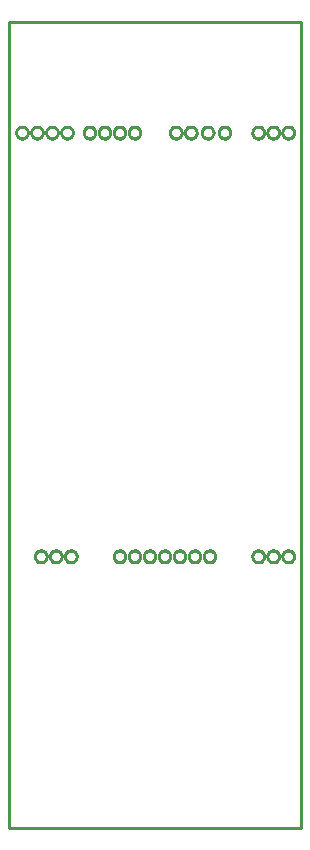
<source format=gbr>
G04 EAGLE Gerber RS-274X export*
G75*
%MOMM*%
%FSLAX34Y34*%
%LPD*%
%IN*%
%IPPOS*%
%AMOC8*
5,1,8,0,0,1.08239X$1,22.5*%
G01*
%ADD10C,0.254000*%


D10*
X0Y0D02*
X247650Y0D01*
X247650Y682625D01*
X0Y682625D01*
X0Y0D01*
X73263Y588682D02*
X73200Y588124D01*
X73075Y587576D01*
X72889Y587046D01*
X72646Y586540D01*
X72347Y586065D01*
X71997Y585626D01*
X71599Y585228D01*
X71160Y584878D01*
X70685Y584580D01*
X70179Y584336D01*
X69649Y584150D01*
X69101Y584025D01*
X68543Y583963D01*
X67982Y583963D01*
X67424Y584025D01*
X66876Y584150D01*
X66346Y584336D01*
X65840Y584580D01*
X65365Y584878D01*
X64926Y585228D01*
X64528Y585626D01*
X64178Y586065D01*
X63880Y586540D01*
X63636Y587046D01*
X63450Y587576D01*
X63325Y588124D01*
X63263Y588682D01*
X63263Y589243D01*
X63325Y589801D01*
X63450Y590349D01*
X63636Y590879D01*
X63880Y591385D01*
X64178Y591860D01*
X64528Y592299D01*
X64926Y592697D01*
X65365Y593047D01*
X65840Y593346D01*
X66346Y593589D01*
X66876Y593775D01*
X67424Y593900D01*
X67982Y593963D01*
X68543Y593963D01*
X69101Y593900D01*
X69649Y593775D01*
X70179Y593589D01*
X70685Y593346D01*
X71160Y593047D01*
X71599Y592697D01*
X71997Y592299D01*
X72347Y591860D01*
X72646Y591385D01*
X72889Y590879D01*
X73075Y590349D01*
X73200Y589801D01*
X73263Y589243D01*
X73263Y588682D01*
X85963Y588682D02*
X85900Y588124D01*
X85775Y587576D01*
X85589Y587046D01*
X85346Y586540D01*
X85047Y586065D01*
X84697Y585626D01*
X84299Y585228D01*
X83860Y584878D01*
X83385Y584580D01*
X82879Y584336D01*
X82349Y584150D01*
X81801Y584025D01*
X81243Y583963D01*
X80682Y583963D01*
X80124Y584025D01*
X79576Y584150D01*
X79046Y584336D01*
X78540Y584580D01*
X78065Y584878D01*
X77626Y585228D01*
X77228Y585626D01*
X76878Y586065D01*
X76580Y586540D01*
X76336Y587046D01*
X76150Y587576D01*
X76025Y588124D01*
X75963Y588682D01*
X75963Y589243D01*
X76025Y589801D01*
X76150Y590349D01*
X76336Y590879D01*
X76580Y591385D01*
X76878Y591860D01*
X77228Y592299D01*
X77626Y592697D01*
X78065Y593047D01*
X78540Y593346D01*
X79046Y593589D01*
X79576Y593775D01*
X80124Y593900D01*
X80682Y593963D01*
X81243Y593963D01*
X81801Y593900D01*
X82349Y593775D01*
X82879Y593589D01*
X83385Y593346D01*
X83860Y593047D01*
X84299Y592697D01*
X84697Y592299D01*
X85047Y591860D01*
X85346Y591385D01*
X85589Y590879D01*
X85775Y590349D01*
X85900Y589801D01*
X85963Y589243D01*
X85963Y588682D01*
X98663Y588682D02*
X98600Y588124D01*
X98475Y587576D01*
X98289Y587046D01*
X98046Y586540D01*
X97747Y586065D01*
X97397Y585626D01*
X96999Y585228D01*
X96560Y584878D01*
X96085Y584580D01*
X95579Y584336D01*
X95049Y584150D01*
X94501Y584025D01*
X93943Y583963D01*
X93382Y583963D01*
X92824Y584025D01*
X92276Y584150D01*
X91746Y584336D01*
X91240Y584580D01*
X90765Y584878D01*
X90326Y585228D01*
X89928Y585626D01*
X89578Y586065D01*
X89280Y586540D01*
X89036Y587046D01*
X88850Y587576D01*
X88725Y588124D01*
X88663Y588682D01*
X88663Y589243D01*
X88725Y589801D01*
X88850Y590349D01*
X89036Y590879D01*
X89280Y591385D01*
X89578Y591860D01*
X89928Y592299D01*
X90326Y592697D01*
X90765Y593047D01*
X91240Y593346D01*
X91746Y593589D01*
X92276Y593775D01*
X92824Y593900D01*
X93382Y593963D01*
X93943Y593963D01*
X94501Y593900D01*
X95049Y593775D01*
X95579Y593589D01*
X96085Y593346D01*
X96560Y593047D01*
X96999Y592697D01*
X97397Y592299D01*
X97747Y591860D01*
X98046Y591385D01*
X98289Y590879D01*
X98475Y590349D01*
X98600Y589801D01*
X98663Y589243D01*
X98663Y588682D01*
X158988Y588682D02*
X158925Y588124D01*
X158800Y587576D01*
X158614Y587046D01*
X158371Y586540D01*
X158072Y586065D01*
X157722Y585626D01*
X157324Y585228D01*
X156885Y584878D01*
X156410Y584580D01*
X155904Y584336D01*
X155374Y584150D01*
X154826Y584025D01*
X154268Y583963D01*
X153707Y583963D01*
X153149Y584025D01*
X152601Y584150D01*
X152071Y584336D01*
X151565Y584580D01*
X151090Y584878D01*
X150651Y585228D01*
X150253Y585626D01*
X149903Y586065D01*
X149605Y586540D01*
X149361Y587046D01*
X149175Y587576D01*
X149050Y588124D01*
X148988Y588682D01*
X148988Y589243D01*
X149050Y589801D01*
X149175Y590349D01*
X149361Y590879D01*
X149605Y591385D01*
X149903Y591860D01*
X150253Y592299D01*
X150651Y592697D01*
X151090Y593047D01*
X151565Y593346D01*
X152071Y593589D01*
X152601Y593775D01*
X153149Y593900D01*
X153707Y593963D01*
X154268Y593963D01*
X154826Y593900D01*
X155374Y593775D01*
X155904Y593589D01*
X156410Y593346D01*
X156885Y593047D01*
X157324Y592697D01*
X157722Y592299D01*
X158072Y591860D01*
X158371Y591385D01*
X158614Y590879D01*
X158800Y590349D01*
X158925Y589801D01*
X158988Y589243D01*
X158988Y588682D01*
X187563Y588682D02*
X187500Y588124D01*
X187375Y587576D01*
X187189Y587046D01*
X186946Y586540D01*
X186647Y586065D01*
X186297Y585626D01*
X185899Y585228D01*
X185460Y584878D01*
X184985Y584580D01*
X184479Y584336D01*
X183949Y584150D01*
X183401Y584025D01*
X182843Y583963D01*
X182282Y583963D01*
X181724Y584025D01*
X181176Y584150D01*
X180646Y584336D01*
X180140Y584580D01*
X179665Y584878D01*
X179226Y585228D01*
X178828Y585626D01*
X178478Y586065D01*
X178180Y586540D01*
X177936Y587046D01*
X177750Y587576D01*
X177625Y588124D01*
X177563Y588682D01*
X177563Y589243D01*
X177625Y589801D01*
X177750Y590349D01*
X177936Y590879D01*
X178180Y591385D01*
X178478Y591860D01*
X178828Y592299D01*
X179226Y592697D01*
X179665Y593047D01*
X180140Y593346D01*
X180646Y593589D01*
X181176Y593775D01*
X181724Y593900D01*
X182282Y593963D01*
X182843Y593963D01*
X183401Y593900D01*
X183949Y593775D01*
X184479Y593589D01*
X184985Y593346D01*
X185460Y593047D01*
X185899Y592697D01*
X186297Y592299D01*
X186647Y591860D01*
X186946Y591385D01*
X187189Y590879D01*
X187375Y590349D01*
X187500Y589801D01*
X187563Y589243D01*
X187563Y588682D01*
X173275Y588682D02*
X173212Y588124D01*
X173087Y587576D01*
X172902Y587046D01*
X172658Y586540D01*
X172359Y586065D01*
X172009Y585626D01*
X171612Y585228D01*
X171173Y584878D01*
X170697Y584580D01*
X170191Y584336D01*
X169661Y584150D01*
X169114Y584025D01*
X168556Y583963D01*
X167994Y583963D01*
X167436Y584025D01*
X166889Y584150D01*
X166359Y584336D01*
X165853Y584580D01*
X165377Y584878D01*
X164938Y585228D01*
X164541Y585626D01*
X164191Y586065D01*
X163892Y586540D01*
X163648Y587046D01*
X163463Y587576D01*
X163338Y588124D01*
X163275Y588682D01*
X163275Y589243D01*
X163338Y589801D01*
X163463Y590349D01*
X163648Y590879D01*
X163892Y591385D01*
X164191Y591860D01*
X164541Y592299D01*
X164938Y592697D01*
X165377Y593047D01*
X165853Y593346D01*
X166359Y593589D01*
X166889Y593775D01*
X167436Y593900D01*
X167994Y593963D01*
X168556Y593963D01*
X169114Y593900D01*
X169661Y593775D01*
X170191Y593589D01*
X170697Y593346D01*
X171173Y593047D01*
X171612Y592697D01*
X172009Y592299D01*
X172359Y591860D01*
X172658Y591385D01*
X172902Y590879D01*
X173087Y590349D01*
X173212Y589801D01*
X173275Y589243D01*
X173275Y588682D01*
X31988Y229907D02*
X31925Y229349D01*
X31800Y228801D01*
X31614Y228271D01*
X31371Y227765D01*
X31072Y227290D01*
X30722Y226851D01*
X30324Y226453D01*
X29885Y226103D01*
X29410Y225805D01*
X28904Y225561D01*
X28374Y225375D01*
X27826Y225250D01*
X27268Y225188D01*
X26707Y225188D01*
X26149Y225250D01*
X25601Y225375D01*
X25071Y225561D01*
X24565Y225805D01*
X24090Y226103D01*
X23651Y226453D01*
X23253Y226851D01*
X22903Y227290D01*
X22605Y227765D01*
X22361Y228271D01*
X22175Y228801D01*
X22050Y229349D01*
X21988Y229907D01*
X21988Y230468D01*
X22050Y231026D01*
X22175Y231574D01*
X22361Y232104D01*
X22605Y232610D01*
X22903Y233085D01*
X23253Y233524D01*
X23651Y233922D01*
X24090Y234272D01*
X24565Y234571D01*
X25071Y234814D01*
X25601Y235000D01*
X26149Y235125D01*
X26707Y235188D01*
X27268Y235188D01*
X27826Y235125D01*
X28374Y235000D01*
X28904Y234814D01*
X29410Y234571D01*
X29885Y234272D01*
X30324Y233922D01*
X30722Y233524D01*
X31072Y233085D01*
X31371Y232610D01*
X31614Y232104D01*
X31800Y231574D01*
X31925Y231026D01*
X31988Y230468D01*
X31988Y229907D01*
X44688Y229907D02*
X44625Y229349D01*
X44500Y228801D01*
X44314Y228271D01*
X44071Y227765D01*
X43772Y227290D01*
X43422Y226851D01*
X43024Y226453D01*
X42585Y226103D01*
X42110Y225805D01*
X41604Y225561D01*
X41074Y225375D01*
X40526Y225250D01*
X39968Y225188D01*
X39407Y225188D01*
X38849Y225250D01*
X38301Y225375D01*
X37771Y225561D01*
X37265Y225805D01*
X36790Y226103D01*
X36351Y226453D01*
X35953Y226851D01*
X35603Y227290D01*
X35305Y227765D01*
X35061Y228271D01*
X34875Y228801D01*
X34750Y229349D01*
X34688Y229907D01*
X34688Y230468D01*
X34750Y231026D01*
X34875Y231574D01*
X35061Y232104D01*
X35305Y232610D01*
X35603Y233085D01*
X35953Y233524D01*
X36351Y233922D01*
X36790Y234272D01*
X37265Y234571D01*
X37771Y234814D01*
X38301Y235000D01*
X38849Y235125D01*
X39407Y235188D01*
X39968Y235188D01*
X40526Y235125D01*
X41074Y235000D01*
X41604Y234814D01*
X42110Y234571D01*
X42585Y234272D01*
X43024Y233922D01*
X43422Y233524D01*
X43772Y233085D01*
X44071Y232610D01*
X44314Y232104D01*
X44500Y231574D01*
X44625Y231026D01*
X44688Y230468D01*
X44688Y229907D01*
X57388Y229907D02*
X57325Y229349D01*
X57200Y228801D01*
X57014Y228271D01*
X56771Y227765D01*
X56472Y227290D01*
X56122Y226851D01*
X55724Y226453D01*
X55285Y226103D01*
X54810Y225805D01*
X54304Y225561D01*
X53774Y225375D01*
X53226Y225250D01*
X52668Y225188D01*
X52107Y225188D01*
X51549Y225250D01*
X51001Y225375D01*
X50471Y225561D01*
X49965Y225805D01*
X49490Y226103D01*
X49051Y226453D01*
X48653Y226851D01*
X48303Y227290D01*
X48005Y227765D01*
X47761Y228271D01*
X47575Y228801D01*
X47450Y229349D01*
X47388Y229907D01*
X47388Y230468D01*
X47450Y231026D01*
X47575Y231574D01*
X47761Y232104D01*
X48005Y232610D01*
X48303Y233085D01*
X48653Y233524D01*
X49051Y233922D01*
X49490Y234272D01*
X49965Y234571D01*
X50471Y234814D01*
X51001Y235000D01*
X51549Y235125D01*
X52107Y235188D01*
X52668Y235188D01*
X53226Y235125D01*
X53774Y235000D01*
X54304Y234814D01*
X54810Y234571D01*
X55285Y234272D01*
X55724Y233922D01*
X56122Y233524D01*
X56472Y233085D01*
X56771Y232610D01*
X57014Y232104D01*
X57200Y231574D01*
X57325Y231026D01*
X57388Y230468D01*
X57388Y229907D01*
X111363Y229907D02*
X111300Y229349D01*
X111175Y228801D01*
X110989Y228271D01*
X110746Y227765D01*
X110447Y227290D01*
X110097Y226851D01*
X109699Y226453D01*
X109260Y226103D01*
X108785Y225805D01*
X108279Y225561D01*
X107749Y225375D01*
X107201Y225250D01*
X106643Y225188D01*
X106082Y225188D01*
X105524Y225250D01*
X104976Y225375D01*
X104446Y225561D01*
X103940Y225805D01*
X103465Y226103D01*
X103026Y226453D01*
X102628Y226851D01*
X102278Y227290D01*
X101980Y227765D01*
X101736Y228271D01*
X101550Y228801D01*
X101425Y229349D01*
X101363Y229907D01*
X101363Y230468D01*
X101425Y231026D01*
X101550Y231574D01*
X101736Y232104D01*
X101980Y232610D01*
X102278Y233085D01*
X102628Y233524D01*
X103026Y233922D01*
X103465Y234272D01*
X103940Y234571D01*
X104446Y234814D01*
X104976Y235000D01*
X105524Y235125D01*
X106082Y235188D01*
X106643Y235188D01*
X107201Y235125D01*
X107749Y235000D01*
X108279Y234814D01*
X108785Y234571D01*
X109260Y234272D01*
X109699Y233922D01*
X110097Y233524D01*
X110447Y233085D01*
X110746Y232610D01*
X110989Y232104D01*
X111175Y231574D01*
X111300Y231026D01*
X111363Y230468D01*
X111363Y229907D01*
X124063Y229907D02*
X124000Y229349D01*
X123875Y228801D01*
X123689Y228271D01*
X123446Y227765D01*
X123147Y227290D01*
X122797Y226851D01*
X122399Y226453D01*
X121960Y226103D01*
X121485Y225805D01*
X120979Y225561D01*
X120449Y225375D01*
X119901Y225250D01*
X119343Y225188D01*
X118782Y225188D01*
X118224Y225250D01*
X117676Y225375D01*
X117146Y225561D01*
X116640Y225805D01*
X116165Y226103D01*
X115726Y226453D01*
X115328Y226851D01*
X114978Y227290D01*
X114680Y227765D01*
X114436Y228271D01*
X114250Y228801D01*
X114125Y229349D01*
X114063Y229907D01*
X114063Y230468D01*
X114125Y231026D01*
X114250Y231574D01*
X114436Y232104D01*
X114680Y232610D01*
X114978Y233085D01*
X115328Y233524D01*
X115726Y233922D01*
X116165Y234272D01*
X116640Y234571D01*
X117146Y234814D01*
X117676Y235000D01*
X118224Y235125D01*
X118782Y235188D01*
X119343Y235188D01*
X119901Y235125D01*
X120449Y235000D01*
X120979Y234814D01*
X121485Y234571D01*
X121960Y234272D01*
X122399Y233922D01*
X122797Y233524D01*
X123147Y233085D01*
X123446Y232610D01*
X123689Y232104D01*
X123875Y231574D01*
X124000Y231026D01*
X124063Y230468D01*
X124063Y229907D01*
X136763Y229907D02*
X136700Y229349D01*
X136575Y228801D01*
X136389Y228271D01*
X136146Y227765D01*
X135847Y227290D01*
X135497Y226851D01*
X135099Y226453D01*
X134660Y226103D01*
X134185Y225805D01*
X133679Y225561D01*
X133149Y225375D01*
X132601Y225250D01*
X132043Y225188D01*
X131482Y225188D01*
X130924Y225250D01*
X130376Y225375D01*
X129846Y225561D01*
X129340Y225805D01*
X128865Y226103D01*
X128426Y226453D01*
X128028Y226851D01*
X127678Y227290D01*
X127380Y227765D01*
X127136Y228271D01*
X126950Y228801D01*
X126825Y229349D01*
X126763Y229907D01*
X126763Y230468D01*
X126825Y231026D01*
X126950Y231574D01*
X127136Y232104D01*
X127380Y232610D01*
X127678Y233085D01*
X128028Y233524D01*
X128426Y233922D01*
X128865Y234272D01*
X129340Y234571D01*
X129846Y234814D01*
X130376Y235000D01*
X130924Y235125D01*
X131482Y235188D01*
X132043Y235188D01*
X132601Y235125D01*
X133149Y235000D01*
X133679Y234814D01*
X134185Y234571D01*
X134660Y234272D01*
X135099Y233922D01*
X135497Y233524D01*
X135847Y233085D01*
X136146Y232610D01*
X136389Y232104D01*
X136575Y231574D01*
X136700Y231026D01*
X136763Y230468D01*
X136763Y229907D01*
X149463Y229907D02*
X149400Y229349D01*
X149275Y228801D01*
X149089Y228271D01*
X148846Y227765D01*
X148547Y227290D01*
X148197Y226851D01*
X147799Y226453D01*
X147360Y226103D01*
X146885Y225805D01*
X146379Y225561D01*
X145849Y225375D01*
X145301Y225250D01*
X144743Y225188D01*
X144182Y225188D01*
X143624Y225250D01*
X143076Y225375D01*
X142546Y225561D01*
X142040Y225805D01*
X141565Y226103D01*
X141126Y226453D01*
X140728Y226851D01*
X140378Y227290D01*
X140080Y227765D01*
X139836Y228271D01*
X139650Y228801D01*
X139525Y229349D01*
X139463Y229907D01*
X139463Y230468D01*
X139525Y231026D01*
X139650Y231574D01*
X139836Y232104D01*
X140080Y232610D01*
X140378Y233085D01*
X140728Y233524D01*
X141126Y233922D01*
X141565Y234272D01*
X142040Y234571D01*
X142546Y234814D01*
X143076Y235000D01*
X143624Y235125D01*
X144182Y235188D01*
X144743Y235188D01*
X145301Y235125D01*
X145849Y235000D01*
X146379Y234814D01*
X146885Y234571D01*
X147360Y234272D01*
X147799Y233922D01*
X148197Y233524D01*
X148547Y233085D01*
X148846Y232610D01*
X149089Y232104D01*
X149275Y231574D01*
X149400Y231026D01*
X149463Y230468D01*
X149463Y229907D01*
X162163Y229907D02*
X162100Y229349D01*
X161975Y228801D01*
X161789Y228271D01*
X161546Y227765D01*
X161247Y227290D01*
X160897Y226851D01*
X160499Y226453D01*
X160060Y226103D01*
X159585Y225805D01*
X159079Y225561D01*
X158549Y225375D01*
X158001Y225250D01*
X157443Y225188D01*
X156882Y225188D01*
X156324Y225250D01*
X155776Y225375D01*
X155246Y225561D01*
X154740Y225805D01*
X154265Y226103D01*
X153826Y226453D01*
X153428Y226851D01*
X153078Y227290D01*
X152780Y227765D01*
X152536Y228271D01*
X152350Y228801D01*
X152225Y229349D01*
X152163Y229907D01*
X152163Y230468D01*
X152225Y231026D01*
X152350Y231574D01*
X152536Y232104D01*
X152780Y232610D01*
X153078Y233085D01*
X153428Y233524D01*
X153826Y233922D01*
X154265Y234272D01*
X154740Y234571D01*
X155246Y234814D01*
X155776Y235000D01*
X156324Y235125D01*
X156882Y235188D01*
X157443Y235188D01*
X158001Y235125D01*
X158549Y235000D01*
X159079Y234814D01*
X159585Y234571D01*
X160060Y234272D01*
X160499Y233922D01*
X160897Y233524D01*
X161247Y233085D01*
X161546Y232610D01*
X161789Y232104D01*
X161975Y231574D01*
X162100Y231026D01*
X162163Y230468D01*
X162163Y229907D01*
X111363Y588682D02*
X111300Y588124D01*
X111175Y587576D01*
X110989Y587046D01*
X110746Y586540D01*
X110447Y586065D01*
X110097Y585626D01*
X109699Y585228D01*
X109260Y584878D01*
X108785Y584580D01*
X108279Y584336D01*
X107749Y584150D01*
X107201Y584025D01*
X106643Y583963D01*
X106082Y583963D01*
X105524Y584025D01*
X104976Y584150D01*
X104446Y584336D01*
X103940Y584580D01*
X103465Y584878D01*
X103026Y585228D01*
X102628Y585626D01*
X102278Y586065D01*
X101980Y586540D01*
X101736Y587046D01*
X101550Y587576D01*
X101425Y588124D01*
X101363Y588682D01*
X101363Y589243D01*
X101425Y589801D01*
X101550Y590349D01*
X101736Y590879D01*
X101980Y591385D01*
X102278Y591860D01*
X102628Y592299D01*
X103026Y592697D01*
X103465Y593047D01*
X103940Y593346D01*
X104446Y593589D01*
X104976Y593775D01*
X105524Y593900D01*
X106082Y593963D01*
X106643Y593963D01*
X107201Y593900D01*
X107749Y593775D01*
X108279Y593589D01*
X108785Y593346D01*
X109260Y593047D01*
X109699Y592697D01*
X110097Y592299D01*
X110447Y591860D01*
X110746Y591385D01*
X110989Y590879D01*
X111175Y590349D01*
X111300Y589801D01*
X111363Y589243D01*
X111363Y588682D01*
X146288Y588682D02*
X146225Y588124D01*
X146100Y587576D01*
X145914Y587046D01*
X145671Y586540D01*
X145372Y586065D01*
X145022Y585626D01*
X144624Y585228D01*
X144185Y584878D01*
X143710Y584580D01*
X143204Y584336D01*
X142674Y584150D01*
X142126Y584025D01*
X141568Y583963D01*
X141007Y583963D01*
X140449Y584025D01*
X139901Y584150D01*
X139371Y584336D01*
X138865Y584580D01*
X138390Y584878D01*
X137951Y585228D01*
X137553Y585626D01*
X137203Y586065D01*
X136905Y586540D01*
X136661Y587046D01*
X136475Y587576D01*
X136350Y588124D01*
X136288Y588682D01*
X136288Y589243D01*
X136350Y589801D01*
X136475Y590349D01*
X136661Y590879D01*
X136905Y591385D01*
X137203Y591860D01*
X137553Y592299D01*
X137951Y592697D01*
X138390Y593047D01*
X138865Y593346D01*
X139371Y593589D01*
X139901Y593775D01*
X140449Y593900D01*
X141007Y593963D01*
X141568Y593963D01*
X142126Y593900D01*
X142674Y593775D01*
X143204Y593589D01*
X143710Y593346D01*
X144185Y593047D01*
X144624Y592697D01*
X145022Y592299D01*
X145372Y591860D01*
X145671Y591385D01*
X145914Y590879D01*
X146100Y590349D01*
X146225Y589801D01*
X146288Y589243D01*
X146288Y588682D01*
X41513Y588682D02*
X41450Y588124D01*
X41325Y587576D01*
X41139Y587046D01*
X40896Y586540D01*
X40597Y586065D01*
X40247Y585626D01*
X39849Y585228D01*
X39410Y584878D01*
X38935Y584580D01*
X38429Y584336D01*
X37899Y584150D01*
X37351Y584025D01*
X36793Y583963D01*
X36232Y583963D01*
X35674Y584025D01*
X35126Y584150D01*
X34596Y584336D01*
X34090Y584580D01*
X33615Y584878D01*
X33176Y585228D01*
X32778Y585626D01*
X32428Y586065D01*
X32130Y586540D01*
X31886Y587046D01*
X31700Y587576D01*
X31575Y588124D01*
X31513Y588682D01*
X31513Y589243D01*
X31575Y589801D01*
X31700Y590349D01*
X31886Y590879D01*
X32130Y591385D01*
X32428Y591860D01*
X32778Y592299D01*
X33176Y592697D01*
X33615Y593047D01*
X34090Y593346D01*
X34596Y593589D01*
X35126Y593775D01*
X35674Y593900D01*
X36232Y593963D01*
X36793Y593963D01*
X37351Y593900D01*
X37899Y593775D01*
X38429Y593589D01*
X38935Y593346D01*
X39410Y593047D01*
X39849Y592697D01*
X40247Y592299D01*
X40597Y591860D01*
X40896Y591385D01*
X41139Y590879D01*
X41325Y590349D01*
X41450Y589801D01*
X41513Y589243D01*
X41513Y588682D01*
X28813Y588682D02*
X28750Y588124D01*
X28625Y587576D01*
X28439Y587046D01*
X28196Y586540D01*
X27897Y586065D01*
X27547Y585626D01*
X27149Y585228D01*
X26710Y584878D01*
X26235Y584580D01*
X25729Y584336D01*
X25199Y584150D01*
X24651Y584025D01*
X24093Y583963D01*
X23532Y583963D01*
X22974Y584025D01*
X22426Y584150D01*
X21896Y584336D01*
X21390Y584580D01*
X20915Y584878D01*
X20476Y585228D01*
X20078Y585626D01*
X19728Y586065D01*
X19430Y586540D01*
X19186Y587046D01*
X19000Y587576D01*
X18875Y588124D01*
X18813Y588682D01*
X18813Y589243D01*
X18875Y589801D01*
X19000Y590349D01*
X19186Y590879D01*
X19430Y591385D01*
X19728Y591860D01*
X20078Y592299D01*
X20476Y592697D01*
X20915Y593047D01*
X21390Y593346D01*
X21896Y593589D01*
X22426Y593775D01*
X22974Y593900D01*
X23532Y593963D01*
X24093Y593963D01*
X24651Y593900D01*
X25199Y593775D01*
X25729Y593589D01*
X26235Y593346D01*
X26710Y593047D01*
X27149Y592697D01*
X27547Y592299D01*
X27897Y591860D01*
X28196Y591385D01*
X28439Y590879D01*
X28625Y590349D01*
X28750Y589801D01*
X28813Y589243D01*
X28813Y588682D01*
X16113Y588682D02*
X16050Y588124D01*
X15925Y587576D01*
X15739Y587046D01*
X15496Y586540D01*
X15197Y586065D01*
X14847Y585626D01*
X14449Y585228D01*
X14010Y584878D01*
X13535Y584580D01*
X13029Y584336D01*
X12499Y584150D01*
X11951Y584025D01*
X11393Y583963D01*
X10832Y583963D01*
X10274Y584025D01*
X9726Y584150D01*
X9196Y584336D01*
X8690Y584580D01*
X8215Y584878D01*
X7776Y585228D01*
X7378Y585626D01*
X7028Y586065D01*
X6730Y586540D01*
X6486Y587046D01*
X6300Y587576D01*
X6175Y588124D01*
X6113Y588682D01*
X6113Y589243D01*
X6175Y589801D01*
X6300Y590349D01*
X6486Y590879D01*
X6730Y591385D01*
X7028Y591860D01*
X7378Y592299D01*
X7776Y592697D01*
X8215Y593047D01*
X8690Y593346D01*
X9196Y593589D01*
X9726Y593775D01*
X10274Y593900D01*
X10832Y593963D01*
X11393Y593963D01*
X11951Y593900D01*
X12499Y593775D01*
X13029Y593589D01*
X13535Y593346D01*
X14010Y593047D01*
X14449Y592697D01*
X14847Y592299D01*
X15197Y591860D01*
X15496Y591385D01*
X15739Y590879D01*
X15925Y590349D01*
X16050Y589801D01*
X16113Y589243D01*
X16113Y588682D01*
X228838Y588682D02*
X228775Y588124D01*
X228650Y587576D01*
X228464Y587046D01*
X228221Y586540D01*
X227922Y586065D01*
X227572Y585626D01*
X227174Y585228D01*
X226735Y584878D01*
X226260Y584580D01*
X225754Y584336D01*
X225224Y584150D01*
X224676Y584025D01*
X224118Y583963D01*
X223557Y583963D01*
X222999Y584025D01*
X222451Y584150D01*
X221921Y584336D01*
X221415Y584580D01*
X220940Y584878D01*
X220501Y585228D01*
X220103Y585626D01*
X219753Y586065D01*
X219455Y586540D01*
X219211Y587046D01*
X219025Y587576D01*
X218900Y588124D01*
X218838Y588682D01*
X218838Y589243D01*
X218900Y589801D01*
X219025Y590349D01*
X219211Y590879D01*
X219455Y591385D01*
X219753Y591860D01*
X220103Y592299D01*
X220501Y592697D01*
X220940Y593047D01*
X221415Y593346D01*
X221921Y593589D01*
X222451Y593775D01*
X222999Y593900D01*
X223557Y593963D01*
X224118Y593963D01*
X224676Y593900D01*
X225224Y593775D01*
X225754Y593589D01*
X226260Y593346D01*
X226735Y593047D01*
X227174Y592697D01*
X227572Y592299D01*
X227922Y591860D01*
X228221Y591385D01*
X228464Y590879D01*
X228650Y590349D01*
X228775Y589801D01*
X228838Y589243D01*
X228838Y588682D01*
X216138Y588682D02*
X216075Y588124D01*
X215950Y587576D01*
X215764Y587046D01*
X215521Y586540D01*
X215222Y586065D01*
X214872Y585626D01*
X214474Y585228D01*
X214035Y584878D01*
X213560Y584580D01*
X213054Y584336D01*
X212524Y584150D01*
X211976Y584025D01*
X211418Y583963D01*
X210857Y583963D01*
X210299Y584025D01*
X209751Y584150D01*
X209221Y584336D01*
X208715Y584580D01*
X208240Y584878D01*
X207801Y585228D01*
X207403Y585626D01*
X207053Y586065D01*
X206755Y586540D01*
X206511Y587046D01*
X206325Y587576D01*
X206200Y588124D01*
X206138Y588682D01*
X206138Y589243D01*
X206200Y589801D01*
X206325Y590349D01*
X206511Y590879D01*
X206755Y591385D01*
X207053Y591860D01*
X207403Y592299D01*
X207801Y592697D01*
X208240Y593047D01*
X208715Y593346D01*
X209221Y593589D01*
X209751Y593775D01*
X210299Y593900D01*
X210857Y593963D01*
X211418Y593963D01*
X211976Y593900D01*
X212524Y593775D01*
X213054Y593589D01*
X213560Y593346D01*
X214035Y593047D01*
X214474Y592697D01*
X214872Y592299D01*
X215222Y591860D01*
X215521Y591385D01*
X215764Y590879D01*
X215950Y590349D01*
X216075Y589801D01*
X216138Y589243D01*
X216138Y588682D01*
X241538Y588682D02*
X241475Y588124D01*
X241350Y587576D01*
X241164Y587046D01*
X240921Y586540D01*
X240622Y586065D01*
X240272Y585626D01*
X239874Y585228D01*
X239435Y584878D01*
X238960Y584580D01*
X238454Y584336D01*
X237924Y584150D01*
X237376Y584025D01*
X236818Y583963D01*
X236257Y583963D01*
X235699Y584025D01*
X235151Y584150D01*
X234621Y584336D01*
X234115Y584580D01*
X233640Y584878D01*
X233201Y585228D01*
X232803Y585626D01*
X232453Y586065D01*
X232155Y586540D01*
X231911Y587046D01*
X231725Y587576D01*
X231600Y588124D01*
X231538Y588682D01*
X231538Y589243D01*
X231600Y589801D01*
X231725Y590349D01*
X231911Y590879D01*
X232155Y591385D01*
X232453Y591860D01*
X232803Y592299D01*
X233201Y592697D01*
X233640Y593047D01*
X234115Y593346D01*
X234621Y593589D01*
X235151Y593775D01*
X235699Y593900D01*
X236257Y593963D01*
X236818Y593963D01*
X237376Y593900D01*
X237924Y593775D01*
X238454Y593589D01*
X238960Y593346D01*
X239435Y593047D01*
X239874Y592697D01*
X240272Y592299D01*
X240622Y591860D01*
X240921Y591385D01*
X241164Y590879D01*
X241350Y590349D01*
X241475Y589801D01*
X241538Y589243D01*
X241538Y588682D01*
X216138Y229907D02*
X216075Y229349D01*
X215950Y228801D01*
X215764Y228271D01*
X215521Y227765D01*
X215222Y227290D01*
X214872Y226851D01*
X214474Y226453D01*
X214035Y226103D01*
X213560Y225805D01*
X213054Y225561D01*
X212524Y225375D01*
X211976Y225250D01*
X211418Y225188D01*
X210857Y225188D01*
X210299Y225250D01*
X209751Y225375D01*
X209221Y225561D01*
X208715Y225805D01*
X208240Y226103D01*
X207801Y226453D01*
X207403Y226851D01*
X207053Y227290D01*
X206755Y227765D01*
X206511Y228271D01*
X206325Y228801D01*
X206200Y229349D01*
X206138Y229907D01*
X206138Y230468D01*
X206200Y231026D01*
X206325Y231574D01*
X206511Y232104D01*
X206755Y232610D01*
X207053Y233085D01*
X207403Y233524D01*
X207801Y233922D01*
X208240Y234272D01*
X208715Y234571D01*
X209221Y234814D01*
X209751Y235000D01*
X210299Y235125D01*
X210857Y235188D01*
X211418Y235188D01*
X211976Y235125D01*
X212524Y235000D01*
X213054Y234814D01*
X213560Y234571D01*
X214035Y234272D01*
X214474Y233922D01*
X214872Y233524D01*
X215222Y233085D01*
X215521Y232610D01*
X215764Y232104D01*
X215950Y231574D01*
X216075Y231026D01*
X216138Y230468D01*
X216138Y229907D01*
X228838Y229907D02*
X228775Y229349D01*
X228650Y228801D01*
X228464Y228271D01*
X228221Y227765D01*
X227922Y227290D01*
X227572Y226851D01*
X227174Y226453D01*
X226735Y226103D01*
X226260Y225805D01*
X225754Y225561D01*
X225224Y225375D01*
X224676Y225250D01*
X224118Y225188D01*
X223557Y225188D01*
X222999Y225250D01*
X222451Y225375D01*
X221921Y225561D01*
X221415Y225805D01*
X220940Y226103D01*
X220501Y226453D01*
X220103Y226851D01*
X219753Y227290D01*
X219455Y227765D01*
X219211Y228271D01*
X219025Y228801D01*
X218900Y229349D01*
X218838Y229907D01*
X218838Y230468D01*
X218900Y231026D01*
X219025Y231574D01*
X219211Y232104D01*
X219455Y232610D01*
X219753Y233085D01*
X220103Y233524D01*
X220501Y233922D01*
X220940Y234272D01*
X221415Y234571D01*
X221921Y234814D01*
X222451Y235000D01*
X222999Y235125D01*
X223557Y235188D01*
X224118Y235188D01*
X224676Y235125D01*
X225224Y235000D01*
X225754Y234814D01*
X226260Y234571D01*
X226735Y234272D01*
X227174Y233922D01*
X227572Y233524D01*
X227922Y233085D01*
X228221Y232610D01*
X228464Y232104D01*
X228650Y231574D01*
X228775Y231026D01*
X228838Y230468D01*
X228838Y229907D01*
X241538Y229907D02*
X241475Y229349D01*
X241350Y228801D01*
X241164Y228271D01*
X240921Y227765D01*
X240622Y227290D01*
X240272Y226851D01*
X239874Y226453D01*
X239435Y226103D01*
X238960Y225805D01*
X238454Y225561D01*
X237924Y225375D01*
X237376Y225250D01*
X236818Y225188D01*
X236257Y225188D01*
X235699Y225250D01*
X235151Y225375D01*
X234621Y225561D01*
X234115Y225805D01*
X233640Y226103D01*
X233201Y226453D01*
X232803Y226851D01*
X232453Y227290D01*
X232155Y227765D01*
X231911Y228271D01*
X231725Y228801D01*
X231600Y229349D01*
X231538Y229907D01*
X231538Y230468D01*
X231600Y231026D01*
X231725Y231574D01*
X231911Y232104D01*
X232155Y232610D01*
X232453Y233085D01*
X232803Y233524D01*
X233201Y233922D01*
X233640Y234272D01*
X234115Y234571D01*
X234621Y234814D01*
X235151Y235000D01*
X235699Y235125D01*
X236257Y235188D01*
X236818Y235188D01*
X237376Y235125D01*
X237924Y235000D01*
X238454Y234814D01*
X238960Y234571D01*
X239435Y234272D01*
X239874Y233922D01*
X240272Y233524D01*
X240622Y233085D01*
X240921Y232610D01*
X241164Y232104D01*
X241350Y231574D01*
X241475Y231026D01*
X241538Y230468D01*
X241538Y229907D01*
X54213Y588682D02*
X54150Y588124D01*
X54025Y587576D01*
X53839Y587046D01*
X53596Y586540D01*
X53297Y586065D01*
X52947Y585626D01*
X52549Y585228D01*
X52110Y584878D01*
X51635Y584580D01*
X51129Y584336D01*
X50599Y584150D01*
X50051Y584025D01*
X49493Y583963D01*
X48932Y583963D01*
X48374Y584025D01*
X47826Y584150D01*
X47296Y584336D01*
X46790Y584580D01*
X46315Y584878D01*
X45876Y585228D01*
X45478Y585626D01*
X45128Y586065D01*
X44830Y586540D01*
X44586Y587046D01*
X44400Y587576D01*
X44275Y588124D01*
X44213Y588682D01*
X44213Y589243D01*
X44275Y589801D01*
X44400Y590349D01*
X44586Y590879D01*
X44830Y591385D01*
X45128Y591860D01*
X45478Y592299D01*
X45876Y592697D01*
X46315Y593047D01*
X46790Y593346D01*
X47296Y593589D01*
X47826Y593775D01*
X48374Y593900D01*
X48932Y593963D01*
X49493Y593963D01*
X50051Y593900D01*
X50599Y593775D01*
X51129Y593589D01*
X51635Y593346D01*
X52110Y593047D01*
X52549Y592697D01*
X52947Y592299D01*
X53297Y591860D01*
X53596Y591385D01*
X53839Y590879D01*
X54025Y590349D01*
X54150Y589801D01*
X54213Y589243D01*
X54213Y588682D01*
X174863Y229907D02*
X174800Y229349D01*
X174675Y228801D01*
X174489Y228271D01*
X174246Y227765D01*
X173947Y227290D01*
X173597Y226851D01*
X173199Y226453D01*
X172760Y226103D01*
X172285Y225805D01*
X171779Y225561D01*
X171249Y225375D01*
X170701Y225250D01*
X170143Y225188D01*
X169582Y225188D01*
X169024Y225250D01*
X168476Y225375D01*
X167946Y225561D01*
X167440Y225805D01*
X166965Y226103D01*
X166526Y226453D01*
X166128Y226851D01*
X165778Y227290D01*
X165480Y227765D01*
X165236Y228271D01*
X165050Y228801D01*
X164925Y229349D01*
X164863Y229907D01*
X164863Y230468D01*
X164925Y231026D01*
X165050Y231574D01*
X165236Y232104D01*
X165480Y232610D01*
X165778Y233085D01*
X166128Y233524D01*
X166526Y233922D01*
X166965Y234272D01*
X167440Y234571D01*
X167946Y234814D01*
X168476Y235000D01*
X169024Y235125D01*
X169582Y235188D01*
X170143Y235188D01*
X170701Y235125D01*
X171249Y235000D01*
X171779Y234814D01*
X172285Y234571D01*
X172760Y234272D01*
X173199Y233922D01*
X173597Y233524D01*
X173947Y233085D01*
X174246Y232610D01*
X174489Y232104D01*
X174675Y231574D01*
X174800Y231026D01*
X174863Y230468D01*
X174863Y229907D01*
X98663Y229907D02*
X98600Y229349D01*
X98475Y228801D01*
X98289Y228271D01*
X98046Y227765D01*
X97747Y227290D01*
X97397Y226851D01*
X96999Y226453D01*
X96560Y226103D01*
X96085Y225805D01*
X95579Y225561D01*
X95049Y225375D01*
X94501Y225250D01*
X93943Y225188D01*
X93382Y225188D01*
X92824Y225250D01*
X92276Y225375D01*
X91746Y225561D01*
X91240Y225805D01*
X90765Y226103D01*
X90326Y226453D01*
X89928Y226851D01*
X89578Y227290D01*
X89280Y227765D01*
X89036Y228271D01*
X88850Y228801D01*
X88725Y229349D01*
X88663Y229907D01*
X88663Y230468D01*
X88725Y231026D01*
X88850Y231574D01*
X89036Y232104D01*
X89280Y232610D01*
X89578Y233085D01*
X89928Y233524D01*
X90326Y233922D01*
X90765Y234272D01*
X91240Y234571D01*
X91746Y234814D01*
X92276Y235000D01*
X92824Y235125D01*
X93382Y235188D01*
X93943Y235188D01*
X94501Y235125D01*
X95049Y235000D01*
X95579Y234814D01*
X96085Y234571D01*
X96560Y234272D01*
X96999Y233922D01*
X97397Y233524D01*
X97747Y233085D01*
X98046Y232610D01*
X98289Y232104D01*
X98475Y231574D01*
X98600Y231026D01*
X98663Y230468D01*
X98663Y229907D01*
M02*

</source>
